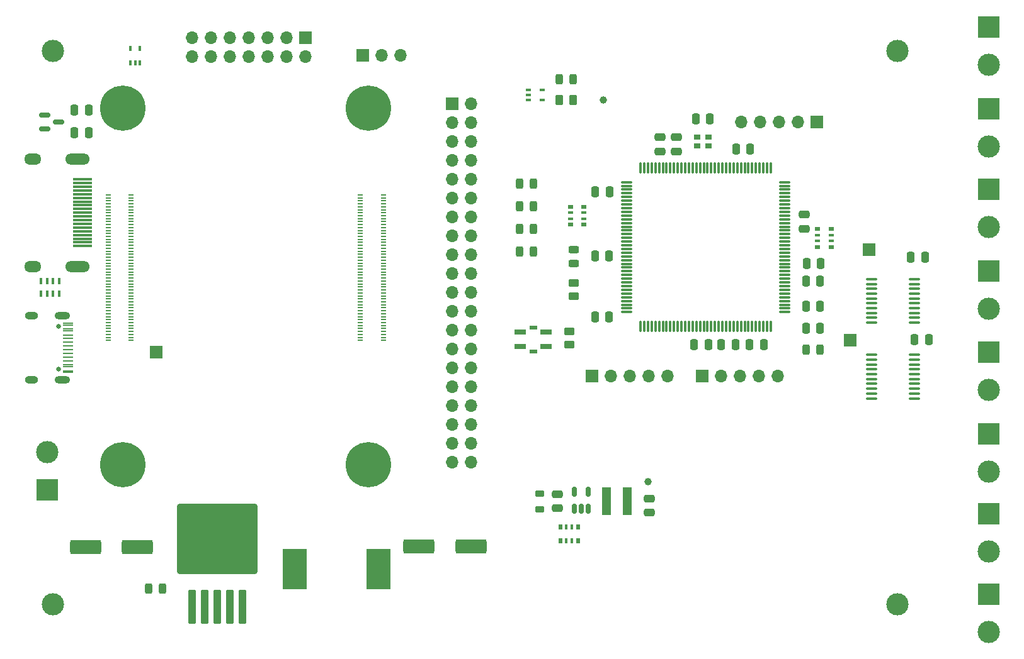
<source format=gbr>
%TF.GenerationSoftware,KiCad,Pcbnew,8.0.3*%
%TF.CreationDate,2024-09-20T13:19:38-05:00*%
%TF.ProjectId,Rick_LiteX-CNC,5269636b-5f4c-4697-9465-582d434e432e,rev?*%
%TF.SameCoordinates,Original*%
%TF.FileFunction,Soldermask,Top*%
%TF.FilePolarity,Negative*%
%FSLAX46Y46*%
G04 Gerber Fmt 4.6, Leading zero omitted, Abs format (unit mm)*
G04 Created by KiCad (PCBNEW 8.0.3) date 2024-09-20 13:19:38*
%MOMM*%
%LPD*%
G01*
G04 APERTURE LIST*
G04 Aperture macros list*
%AMRoundRect*
0 Rectangle with rounded corners*
0 $1 Rounding radius*
0 $2 $3 $4 $5 $6 $7 $8 $9 X,Y pos of 4 corners*
0 Add a 4 corners polygon primitive as box body*
4,1,4,$2,$3,$4,$5,$6,$7,$8,$9,$2,$3,0*
0 Add four circle primitives for the rounded corners*
1,1,$1+$1,$2,$3*
1,1,$1+$1,$4,$5*
1,1,$1+$1,$6,$7*
1,1,$1+$1,$8,$9*
0 Add four rect primitives between the rounded corners*
20,1,$1+$1,$2,$3,$4,$5,0*
20,1,$1+$1,$4,$5,$6,$7,0*
20,1,$1+$1,$6,$7,$8,$9,0*
20,1,$1+$1,$8,$9,$2,$3,0*%
G04 Aperture macros list end*
%ADD10RoundRect,0.100000X-0.637500X-0.100000X0.637500X-0.100000X0.637500X0.100000X-0.637500X0.100000X0*%
%ADD11R,3.000000X3.000000*%
%ADD12C,3.000000*%
%ADD13R,1.700000X1.700000*%
%ADD14RoundRect,0.250000X-0.250000X-0.475000X0.250000X-0.475000X0.250000X0.475000X-0.250000X0.475000X0*%
%ADD15RoundRect,0.150000X-0.587500X-0.150000X0.587500X-0.150000X0.587500X0.150000X-0.587500X0.150000X0*%
%ADD16RoundRect,0.243750X-0.243750X-0.456250X0.243750X-0.456250X0.243750X0.456250X-0.243750X0.456250X0*%
%ADD17C,6.100000*%
%ADD18R,0.700000X0.200000*%
%ADD19RoundRect,0.250000X0.475000X-0.250000X0.475000X0.250000X-0.475000X0.250000X-0.475000X-0.250000X0*%
%ADD20RoundRect,0.250000X-0.475000X0.250000X-0.475000X-0.250000X0.475000X-0.250000X0.475000X0.250000X0*%
%ADD21O,1.700000X1.700000*%
%ADD22RoundRect,0.075000X-0.075000X0.662500X-0.075000X-0.662500X0.075000X-0.662500X0.075000X0.662500X0*%
%ADD23RoundRect,0.075000X-0.662500X0.075000X-0.662500X-0.075000X0.662500X-0.075000X0.662500X0.075000X0*%
%ADD24R,1.200000X3.700000*%
%ADD25RoundRect,0.250000X0.250000X0.475000X-0.250000X0.475000X-0.250000X-0.475000X0.250000X-0.475000X0*%
%ADD26RoundRect,0.243750X-0.456250X0.243750X-0.456250X-0.243750X0.456250X-0.243750X0.456250X0.243750X0*%
%ADD27RoundRect,0.250000X0.300000X-2.050000X0.300000X2.050000X-0.300000X2.050000X-0.300000X-2.050000X0*%
%ADD28RoundRect,0.250002X5.149998X-4.449998X5.149998X4.449998X-5.149998X4.449998X-5.149998X-4.449998X0*%
%ADD29RoundRect,0.100000X-0.225000X-0.100000X0.225000X-0.100000X0.225000X0.100000X-0.225000X0.100000X0*%
%ADD30RoundRect,0.100000X0.100000X-0.225000X0.100000X0.225000X-0.100000X0.225000X-0.100000X-0.225000X0*%
%ADD31C,1.000000*%
%ADD32R,0.800000X0.500000*%
%ADD33R,0.800000X0.400000*%
%ADD34C,0.650000*%
%ADD35R,1.400000X0.250000*%
%ADD36O,2.100000X1.000000*%
%ADD37O,1.800000X1.000000*%
%ADD38RoundRect,0.150000X0.150000X-0.512500X0.150000X0.512500X-0.150000X0.512500X-0.150000X-0.512500X0*%
%ADD39RoundRect,0.243750X0.243750X0.456250X-0.243750X0.456250X-0.243750X-0.456250X0.243750X-0.456250X0*%
%ADD40R,3.250000X5.500000*%
%ADD41RoundRect,0.250000X0.450000X-0.262500X0.450000X0.262500X-0.450000X0.262500X-0.450000X-0.262500X0*%
%ADD42R,2.600000X0.300000*%
%ADD43O,3.300000X1.500000*%
%ADD44O,2.300000X1.500000*%
%ADD45RoundRect,0.250000X0.262500X0.450000X-0.262500X0.450000X-0.262500X-0.450000X0.262500X-0.450000X0*%
%ADD46RoundRect,0.218750X0.381250X-0.218750X0.381250X0.218750X-0.381250X0.218750X-0.381250X-0.218750X0*%
%ADD47R,0.400000X0.900000*%
%ADD48R,1.000000X0.500000*%
%ADD49R,1.500000X0.800000*%
%ADD50R,0.500000X0.800000*%
%ADD51R,0.400000X0.800000*%
%ADD52RoundRect,0.250000X-1.825000X-0.700000X1.825000X-0.700000X1.825000X0.700000X-1.825000X0.700000X0*%
%ADD53R,0.900000X0.800000*%
G04 APERTURE END LIST*
D10*
%TO.C,U4*%
X195075000Y-94950000D03*
X195075000Y-95600000D03*
X195075000Y-96250000D03*
X195075000Y-96900000D03*
X195075000Y-97550000D03*
X195075000Y-98200000D03*
X195075000Y-98850000D03*
X195075000Y-99500000D03*
X195075000Y-100150000D03*
X195075000Y-100800000D03*
X200800000Y-100800000D03*
X200800000Y-100150000D03*
X200800000Y-99500000D03*
X200800000Y-98850000D03*
X200800000Y-98200000D03*
X200800000Y-97550000D03*
X200800000Y-96900000D03*
X200800000Y-96250000D03*
X200800000Y-95600000D03*
X200800000Y-94950000D03*
%TD*%
%TO.C,U3*%
X195087500Y-84750000D03*
X195087500Y-85400000D03*
X195087500Y-86050000D03*
X195087500Y-86700000D03*
X195087500Y-87350000D03*
X195087500Y-88000000D03*
X195087500Y-88650000D03*
X195087500Y-89300000D03*
X195087500Y-89950000D03*
X195087500Y-90600000D03*
X200812500Y-90600000D03*
X200812500Y-89950000D03*
X200812500Y-89300000D03*
X200812500Y-88650000D03*
X200812500Y-88000000D03*
X200812500Y-87350000D03*
X200812500Y-86700000D03*
X200812500Y-86050000D03*
X200812500Y-85400000D03*
X200812500Y-84750000D03*
%TD*%
D11*
%TO.C,J20*%
X210800000Y-127200000D03*
D12*
X210800000Y-132280000D03*
%TD*%
D11*
%TO.C,J19*%
X210800000Y-116300000D03*
D12*
X210800000Y-121380000D03*
%TD*%
D11*
%TO.C,J18*%
X210800000Y-105560000D03*
D12*
X210800000Y-110640000D03*
%TD*%
D11*
%TO.C,J17*%
X210800000Y-94560000D03*
D12*
X210800000Y-99640000D03*
%TD*%
D13*
%TO.C,J16*%
X192200000Y-93000000D03*
%TD*%
%TO.C,J15*%
X194700000Y-80800000D03*
%TD*%
D11*
%TO.C,J11*%
X210800000Y-83660000D03*
D12*
X210800000Y-88740000D03*
%TD*%
D11*
%TO.C,J10*%
X210800000Y-72660000D03*
D12*
X210800000Y-77740000D03*
%TD*%
D11*
%TO.C,J3*%
X210800000Y-61800000D03*
D12*
X210800000Y-66880000D03*
%TD*%
D11*
%TO.C,J2*%
X210800000Y-50800000D03*
D12*
X210800000Y-55880000D03*
%TD*%
D14*
%TO.C,C8*%
X200850000Y-92900000D03*
X202750000Y-92900000D03*
%TD*%
%TO.C,C6*%
X200350000Y-81800000D03*
X202250000Y-81800000D03*
%TD*%
%TO.C,C9*%
X186250000Y-91400000D03*
X188150000Y-91400000D03*
%TD*%
D15*
%TO.C,U1*%
X83862500Y-62650000D03*
X83862500Y-64550000D03*
X85737500Y-63600000D03*
%TD*%
D16*
%TO.C,D5*%
X147725000Y-71880000D03*
X149600000Y-71880000D03*
%TD*%
D17*
%TO.C,Module1*%
X127420000Y-109700000D03*
X127420000Y-61700000D03*
X94420000Y-109700000D03*
X94420000Y-61700000D03*
D18*
X129420000Y-93000000D03*
X126340000Y-93000000D03*
X129420000Y-92600000D03*
X126340000Y-92600000D03*
X129420000Y-92200000D03*
X126340000Y-92200000D03*
X129420000Y-91800000D03*
X126340000Y-91800000D03*
X129420000Y-91400000D03*
X126340000Y-91400000D03*
X129420000Y-91000000D03*
X126340000Y-91000000D03*
X129420000Y-90600000D03*
X126340000Y-90600000D03*
X129420000Y-90200000D03*
X126340000Y-90200000D03*
X129420000Y-89800000D03*
X126340000Y-89800000D03*
X129420000Y-89400000D03*
X126340000Y-89400000D03*
X129420000Y-89000000D03*
X126340000Y-89000000D03*
X129420000Y-88600000D03*
X126340000Y-88600000D03*
X129420000Y-88200000D03*
X126340000Y-88200000D03*
X129420000Y-87800000D03*
X126340000Y-87800000D03*
X129420000Y-87400000D03*
X126340000Y-87400000D03*
X129420000Y-87000000D03*
X126340000Y-87000000D03*
X129420000Y-86600000D03*
X126340000Y-86600000D03*
X129420000Y-86200000D03*
X126340000Y-86200000D03*
X129420000Y-85800000D03*
X126340000Y-85800000D03*
X129420000Y-85400000D03*
X126340000Y-85400000D03*
X129420000Y-85000000D03*
X126340000Y-85000000D03*
X129420000Y-84600000D03*
X126340000Y-84600000D03*
X129420000Y-84200000D03*
X126340000Y-84200000D03*
X129420000Y-83800000D03*
X126340000Y-83800000D03*
X129420000Y-83400000D03*
X126340000Y-83400000D03*
X129420000Y-83000000D03*
X126340000Y-83000000D03*
X129420000Y-82600000D03*
X126340000Y-82600000D03*
X129420000Y-82200000D03*
X126340000Y-82200000D03*
X129420000Y-81800000D03*
X126340000Y-81800000D03*
X129420000Y-81400000D03*
X126340000Y-81400000D03*
X129420000Y-81000000D03*
X126340000Y-81000000D03*
X129420000Y-80600000D03*
X126340000Y-80600000D03*
X129420000Y-80200000D03*
X126340000Y-80200000D03*
X129420000Y-79800000D03*
X126340000Y-79800000D03*
X129420000Y-79400000D03*
X126340000Y-79400000D03*
X129420000Y-79000000D03*
X126340000Y-79000000D03*
X129420000Y-78600000D03*
X126340000Y-78600000D03*
X129420000Y-78200000D03*
X126340000Y-78200000D03*
X129420000Y-77800000D03*
X126340000Y-77800000D03*
X129420000Y-77400000D03*
X126340000Y-77400000D03*
X129420000Y-77000000D03*
X126340000Y-77000000D03*
X129420000Y-76600000D03*
X126340000Y-76600000D03*
X129420000Y-76200000D03*
X126340000Y-76200000D03*
X129420000Y-75800000D03*
X126340000Y-75800000D03*
X129420000Y-75400000D03*
X126340000Y-75400000D03*
X129420000Y-75000000D03*
X126340000Y-75000000D03*
X129420000Y-74600000D03*
X126340000Y-74600000D03*
X129420000Y-74200000D03*
X126340000Y-74200000D03*
X129420000Y-73800000D03*
X126340000Y-73800000D03*
X129420000Y-73400000D03*
X126340000Y-73400000D03*
X95500000Y-93000000D03*
X92420000Y-93000000D03*
X95500000Y-92600000D03*
X92420000Y-92600000D03*
X95500000Y-92200000D03*
X92420000Y-92200000D03*
X95500000Y-91800000D03*
X92420000Y-91800000D03*
X95500000Y-91400000D03*
X92420000Y-91400000D03*
X95500000Y-91000000D03*
X92420000Y-91000000D03*
X95500000Y-90600000D03*
X92420000Y-90600000D03*
X95500000Y-90200000D03*
X92420000Y-90200000D03*
X95500000Y-89800000D03*
X92420000Y-89800000D03*
X95500000Y-89400000D03*
X92420000Y-89400000D03*
X95500000Y-89000000D03*
X92420000Y-89000000D03*
X95500000Y-88600000D03*
X92420000Y-88600000D03*
X95500000Y-88200000D03*
X92420000Y-88200000D03*
X95500000Y-87800000D03*
X92420000Y-87800000D03*
X95500000Y-87400000D03*
X92420000Y-87400000D03*
X95500000Y-87000000D03*
X92420000Y-87000000D03*
X95500000Y-86600000D03*
X92420000Y-86600000D03*
X95500000Y-86200000D03*
X92420000Y-86200000D03*
X95500000Y-85800000D03*
X92420000Y-85800000D03*
X95500000Y-85400000D03*
X92420000Y-85400000D03*
X95500000Y-85000000D03*
X92420000Y-85000000D03*
X95500000Y-84600000D03*
X92420000Y-84600000D03*
X95500000Y-84200000D03*
X92420000Y-84200000D03*
X95500000Y-83800000D03*
X92420000Y-83800000D03*
X95500000Y-83400000D03*
X92420000Y-83400000D03*
X95500000Y-83000000D03*
X92420000Y-83000000D03*
X95500000Y-82600000D03*
X92420000Y-82600000D03*
X95500000Y-82200000D03*
X92420000Y-82200000D03*
X95500000Y-81800000D03*
X92420000Y-81800000D03*
X95500000Y-81400000D03*
X92420000Y-81400000D03*
X95500000Y-81000000D03*
X92420000Y-81000000D03*
X95500000Y-80600000D03*
X92420000Y-80600000D03*
X95500000Y-80200000D03*
X92420000Y-80200000D03*
X95500000Y-79800000D03*
X92420000Y-79800000D03*
X95500000Y-79400000D03*
X92420000Y-79400000D03*
X95500000Y-79000000D03*
X92420000Y-79000000D03*
X95500000Y-78600000D03*
X92420000Y-78600000D03*
X95500000Y-78200000D03*
X92420000Y-78200000D03*
X95500000Y-77800000D03*
X92420000Y-77800000D03*
X95500000Y-77400000D03*
X92420000Y-77400000D03*
X95500000Y-77000000D03*
X92420000Y-77000000D03*
X95500000Y-76600000D03*
X92420000Y-76600000D03*
X95500000Y-76200000D03*
X92420000Y-76200000D03*
X95500000Y-75800000D03*
X92420000Y-75800000D03*
X95500000Y-75400000D03*
X92420000Y-75400000D03*
X95500000Y-75000000D03*
X92420000Y-75000000D03*
X95500000Y-74600000D03*
X92420000Y-74600000D03*
X95500000Y-74200000D03*
X92420000Y-74200000D03*
X95500000Y-73800000D03*
X92420000Y-73800000D03*
X95500000Y-73400000D03*
X92420000Y-73400000D03*
%TD*%
D13*
%TO.C,J14*%
X98900000Y-94600000D03*
%TD*%
D19*
%TO.C,C25*%
X165200000Y-116200000D03*
X165200000Y-114300000D03*
%TD*%
D14*
%TO.C,C7*%
X157850000Y-89800000D03*
X159750000Y-89800000D03*
%TD*%
%TO.C,C18*%
X176850000Y-67200000D03*
X178750000Y-67200000D03*
%TD*%
%TO.C,C2*%
X87900000Y-65000000D03*
X89800000Y-65000000D03*
%TD*%
D20*
%TO.C,C13*%
X166600000Y-65650000D03*
X166600000Y-67550000D03*
%TD*%
D13*
%TO.C,J4*%
X126660000Y-54600000D03*
D21*
X129200000Y-54600000D03*
X131740000Y-54600000D03*
%TD*%
D22*
%TO.C,U13*%
X181500000Y-69775000D03*
X181000000Y-69775000D03*
X180500000Y-69775000D03*
X180000000Y-69775000D03*
X179500000Y-69775000D03*
X179000000Y-69775000D03*
X178500000Y-69775000D03*
X178000000Y-69775000D03*
X177500000Y-69775000D03*
X177000000Y-69775000D03*
X176500000Y-69775000D03*
X176000000Y-69775000D03*
X175500000Y-69775000D03*
X175000000Y-69775000D03*
X174500000Y-69775000D03*
X174000000Y-69775000D03*
X173500000Y-69775000D03*
X173000000Y-69775000D03*
X172500000Y-69775000D03*
X172000000Y-69775000D03*
X171500000Y-69775000D03*
X171000000Y-69775000D03*
X170500000Y-69775000D03*
X170000000Y-69775000D03*
X169500000Y-69775000D03*
X169000000Y-69775000D03*
X168500000Y-69775000D03*
X168000000Y-69775000D03*
X167500000Y-69775000D03*
X167000000Y-69775000D03*
X166500000Y-69775000D03*
X166000000Y-69775000D03*
X165500000Y-69775000D03*
X165000000Y-69775000D03*
X164500000Y-69775000D03*
X164000000Y-69775000D03*
D23*
X162087500Y-71687500D03*
X162087500Y-72187500D03*
X162087500Y-72687500D03*
X162087500Y-73187500D03*
X162087500Y-73687500D03*
X162087500Y-74187500D03*
X162087500Y-74687500D03*
X162087500Y-75187500D03*
X162087500Y-75687500D03*
X162087500Y-76187500D03*
X162087500Y-76687500D03*
X162087500Y-77187500D03*
X162087500Y-77687500D03*
X162087500Y-78187500D03*
X162087500Y-78687500D03*
X162087500Y-79187500D03*
X162087500Y-79687500D03*
X162087500Y-80187500D03*
X162087500Y-80687500D03*
X162087500Y-81187500D03*
X162087500Y-81687500D03*
X162087500Y-82187500D03*
X162087500Y-82687500D03*
X162087500Y-83187500D03*
X162087500Y-83687500D03*
X162087500Y-84187500D03*
X162087500Y-84687500D03*
X162087500Y-85187500D03*
X162087500Y-85687500D03*
X162087500Y-86187500D03*
X162087500Y-86687500D03*
X162087500Y-87187500D03*
X162087500Y-87687500D03*
X162087500Y-88187500D03*
X162087500Y-88687500D03*
X162087500Y-89187500D03*
D22*
X164000000Y-91100000D03*
X164500000Y-91100000D03*
X165000000Y-91100000D03*
X165500000Y-91100000D03*
X166000000Y-91100000D03*
X166500000Y-91100000D03*
X167000000Y-91100000D03*
X167500000Y-91100000D03*
X168000000Y-91100000D03*
X168500000Y-91100000D03*
X169000000Y-91100000D03*
X169500000Y-91100000D03*
X170000000Y-91100000D03*
X170500000Y-91100000D03*
X171000000Y-91100000D03*
X171500000Y-91100000D03*
X172000000Y-91100000D03*
X172500000Y-91100000D03*
X173000000Y-91100000D03*
X173500000Y-91100000D03*
X174000000Y-91100000D03*
X174500000Y-91100000D03*
X175000000Y-91100000D03*
X175500000Y-91100000D03*
X176000000Y-91100000D03*
X176500000Y-91100000D03*
X177000000Y-91100000D03*
X177500000Y-91100000D03*
X178000000Y-91100000D03*
X178500000Y-91100000D03*
X179000000Y-91100000D03*
X179500000Y-91100000D03*
X180000000Y-91100000D03*
X180500000Y-91100000D03*
X181000000Y-91100000D03*
X181500000Y-91100000D03*
D23*
X183412500Y-89187500D03*
X183412500Y-88687500D03*
X183412500Y-88187500D03*
X183412500Y-87687500D03*
X183412500Y-87187500D03*
X183412500Y-86687500D03*
X183412500Y-86187500D03*
X183412500Y-85687500D03*
X183412500Y-85187500D03*
X183412500Y-84687500D03*
X183412500Y-84187500D03*
X183412500Y-83687500D03*
X183412500Y-83187500D03*
X183412500Y-82687500D03*
X183412500Y-82187500D03*
X183412500Y-81687500D03*
X183412500Y-81187500D03*
X183412500Y-80687500D03*
X183412500Y-80187500D03*
X183412500Y-79687500D03*
X183412500Y-79187500D03*
X183412500Y-78687500D03*
X183412500Y-78187500D03*
X183412500Y-77687500D03*
X183412500Y-77187500D03*
X183412500Y-76687500D03*
X183412500Y-76187500D03*
X183412500Y-75687500D03*
X183412500Y-75187500D03*
X183412500Y-74687500D03*
X183412500Y-74187500D03*
X183412500Y-73687500D03*
X183412500Y-73187500D03*
X183412500Y-72687500D03*
X183412500Y-72187500D03*
X183412500Y-71687500D03*
%TD*%
D24*
%TO.C,L1*%
X159400000Y-114650000D03*
X162200000Y-114650000D03*
%TD*%
D20*
%TO.C,C20*%
X168800000Y-65650000D03*
X168800000Y-67550000D03*
%TD*%
D25*
%TO.C,C16*%
X188200000Y-82600000D03*
X186300000Y-82600000D03*
%TD*%
D12*
%TO.C,H4*%
X85000000Y-128500000D03*
%TD*%
D26*
%TO.C,D4*%
X155000000Y-80800000D03*
X155000000Y-82675000D03*
%TD*%
D13*
%TO.C,J8*%
X187675000Y-63600000D03*
D21*
X185135000Y-63600000D03*
X182595000Y-63600000D03*
X180055000Y-63600000D03*
X177515000Y-63600000D03*
%TD*%
D27*
%TO.C,U2*%
X103700000Y-128850000D03*
X105400000Y-128850000D03*
X107100000Y-128850000D03*
D28*
X107100000Y-119700000D03*
D27*
X108800000Y-128850000D03*
X110500000Y-128850000D03*
%TD*%
D19*
%TO.C,C5*%
X152800000Y-115600000D03*
X152800000Y-113700000D03*
%TD*%
D12*
%TO.C,H1*%
X85000000Y-54000000D03*
%TD*%
D16*
%TO.C,D7*%
X147725000Y-77960000D03*
X149600000Y-77960000D03*
%TD*%
D25*
%TO.C,C23*%
X188150000Y-88400000D03*
X186250000Y-88400000D03*
%TD*%
D29*
%TO.C,U7*%
X148900000Y-59300000D03*
X148900000Y-59950000D03*
X148900000Y-60600000D03*
X150800000Y-60600000D03*
X150800000Y-59300000D03*
%TD*%
D13*
%TO.C,J7*%
X157460000Y-97800000D03*
D21*
X160000000Y-97800000D03*
X162540000Y-97800000D03*
X165080000Y-97800000D03*
X167620000Y-97800000D03*
%TD*%
D25*
%TO.C,C11*%
X173300000Y-63200000D03*
X171400000Y-63200000D03*
%TD*%
%TO.C,C17*%
X188150000Y-85000000D03*
X186250000Y-85000000D03*
%TD*%
%TO.C,C21*%
X176750000Y-93600000D03*
X174850000Y-93600000D03*
%TD*%
D30*
%TO.C,U6*%
X95400000Y-55600000D03*
X96050000Y-55600000D03*
X96700000Y-55600000D03*
X96700000Y-53700000D03*
X95400000Y-53700000D03*
%TD*%
D31*
%TO.C,TP2*%
X159000000Y-60600000D03*
%TD*%
D12*
%TO.C,H2*%
X198500000Y-54000000D03*
%TD*%
D13*
%TO.C,J9*%
X172320000Y-97800000D03*
D21*
X174860000Y-97800000D03*
X177400000Y-97800000D03*
X179940000Y-97800000D03*
X182480000Y-97800000D03*
%TD*%
D32*
%TO.C,RN3*%
X156400000Y-77400000D03*
D33*
X156400000Y-76600000D03*
X156400000Y-75800000D03*
D32*
X156400000Y-75000000D03*
X154600000Y-75000000D03*
D33*
X154600000Y-75800000D03*
X154600000Y-76600000D03*
D32*
X154600000Y-77400000D03*
%TD*%
D34*
%TO.C,J12*%
X85787500Y-91110000D03*
X85787500Y-96890000D03*
D35*
X86987500Y-90675000D03*
X86987500Y-91475000D03*
X86987500Y-92750000D03*
X86987500Y-93750000D03*
X86987500Y-94250000D03*
X86987500Y-92250000D03*
X86987500Y-96525000D03*
X86987500Y-97325000D03*
X86987500Y-97075000D03*
X86987500Y-96275000D03*
X86987500Y-95750000D03*
X86987500Y-94750000D03*
X86987500Y-93250000D03*
X86987500Y-95250000D03*
X86987500Y-91725000D03*
X86987500Y-90925000D03*
D36*
X86287500Y-89680000D03*
D37*
X82137500Y-89680000D03*
D36*
X86287500Y-98320000D03*
D37*
X82137500Y-98320000D03*
%TD*%
D13*
%TO.C,J5*%
X118960000Y-52260000D03*
D21*
X118960000Y-54800000D03*
X116420000Y-52260000D03*
X116420000Y-54800000D03*
X113880000Y-52260000D03*
X113880000Y-54800000D03*
X111340000Y-52260000D03*
X111340000Y-54800000D03*
X108800000Y-52260000D03*
X108800000Y-54800000D03*
X106260000Y-52260000D03*
X106260000Y-54800000D03*
X103720000Y-52260000D03*
X103720000Y-54800000D03*
%TD*%
D32*
%TO.C,RN2*%
X189600000Y-80400000D03*
D33*
X189600000Y-79600000D03*
X189600000Y-78800000D03*
D32*
X189600000Y-78000000D03*
X187800000Y-78000000D03*
D33*
X187800000Y-78800000D03*
X187800000Y-79600000D03*
D32*
X187800000Y-80400000D03*
%TD*%
D11*
%TO.C,J13*%
X84200000Y-113140000D03*
D12*
X84200000Y-108060000D03*
%TD*%
D14*
%TO.C,C10*%
X171200000Y-93600000D03*
X173100000Y-93600000D03*
%TD*%
D16*
%TO.C,D8*%
X147725000Y-81000000D03*
X149600000Y-81000000D03*
%TD*%
D38*
%TO.C,U8*%
X155100000Y-115650000D03*
X156050000Y-115650000D03*
X157000000Y-115650000D03*
X157000000Y-113375000D03*
X155100000Y-113375000D03*
%TD*%
D39*
%TO.C,D9*%
X99737500Y-126400000D03*
X97862500Y-126400000D03*
%TD*%
D14*
%TO.C,C14*%
X157850000Y-81600000D03*
X159750000Y-81600000D03*
%TD*%
D40*
%TO.C,L3*%
X117475000Y-123800000D03*
X128725000Y-123800000D03*
%TD*%
D41*
%TO.C,R14*%
X154400000Y-93600000D03*
X154400000Y-91775000D03*
%TD*%
D42*
%TO.C,J1*%
X89000000Y-80300000D03*
X89000000Y-79800000D03*
X89000000Y-79300000D03*
X89000000Y-78800000D03*
X89000000Y-78300000D03*
X89000000Y-77800000D03*
X89000000Y-77300000D03*
X89000000Y-76800000D03*
X89000000Y-76300000D03*
X89000000Y-75800000D03*
X89000000Y-75300000D03*
X89000000Y-74800000D03*
X89000000Y-74300000D03*
X89000000Y-73800000D03*
X89000000Y-73300000D03*
X89000000Y-72800000D03*
X89000000Y-72300000D03*
X89000000Y-71800000D03*
X89000000Y-71300000D03*
D43*
X88270000Y-83050000D03*
X88270000Y-68550000D03*
D44*
X82310000Y-68550000D03*
X82310000Y-83050000D03*
%TD*%
D41*
%TO.C,R11*%
X155000000Y-87050000D03*
X155000000Y-85225000D03*
%TD*%
D45*
%TO.C,R7*%
X154912500Y-60600000D03*
X153087500Y-60600000D03*
%TD*%
D14*
%TO.C,C22*%
X157900000Y-73000000D03*
X159800000Y-73000000D03*
%TD*%
D46*
%TO.C,FB1*%
X150400000Y-115712500D03*
X150400000Y-113587500D03*
%TD*%
D14*
%TO.C,C1*%
X87900000Y-61990000D03*
X89800000Y-61990000D03*
%TD*%
D31*
%TO.C,TP3*%
X165000000Y-112050000D03*
%TD*%
D47*
%TO.C,RN4*%
X83400000Y-86700000D03*
X84200000Y-86700000D03*
X85000000Y-86700000D03*
X85800000Y-86700000D03*
X85800000Y-85000000D03*
X85000000Y-85000000D03*
X84200000Y-85000000D03*
X83400000Y-85000000D03*
%TD*%
D25*
%TO.C,C15*%
X180550000Y-93600000D03*
X178650000Y-93600000D03*
%TD*%
D12*
%TO.C,H3*%
X198500000Y-128500000D03*
%TD*%
D48*
%TO.C,SW1*%
X149557500Y-91250000D03*
X149557500Y-94450000D03*
D49*
X147807500Y-91850000D03*
X151307500Y-91850000D03*
X147807500Y-93850000D03*
X151307500Y-93850000D03*
%TD*%
D16*
%TO.C,D3*%
X186262500Y-94200000D03*
X188137500Y-94200000D03*
%TD*%
D50*
%TO.C,RN1*%
X153200000Y-119950000D03*
D51*
X154000000Y-119950000D03*
X154800000Y-119950000D03*
D50*
X155600000Y-119950000D03*
X155600000Y-118150000D03*
D51*
X154800000Y-118150000D03*
X154000000Y-118150000D03*
D50*
X153200000Y-118150000D03*
%TD*%
D20*
%TO.C,C12*%
X186000000Y-76050000D03*
X186000000Y-77950000D03*
%TD*%
D13*
%TO.C,J6*%
X138660000Y-61140000D03*
D21*
X141200000Y-61140000D03*
X138660000Y-63680000D03*
X141200000Y-63680000D03*
X138660000Y-66220000D03*
X141200000Y-66220000D03*
X138660000Y-68760000D03*
X141200000Y-68760000D03*
X138660000Y-71300000D03*
X141200000Y-71300000D03*
X138660000Y-73840000D03*
X141200000Y-73840000D03*
X138660000Y-76380000D03*
X141200000Y-76380000D03*
X138660000Y-78920000D03*
X141200000Y-78920000D03*
X138660000Y-81460000D03*
X141200000Y-81460000D03*
X138660000Y-84000000D03*
X141200000Y-84000000D03*
X138660000Y-86540000D03*
X141200000Y-86540000D03*
X138660000Y-89080000D03*
X141200000Y-89080000D03*
X138660000Y-91620000D03*
X141200000Y-91620000D03*
X138660000Y-94160000D03*
X141200000Y-94160000D03*
X138660000Y-96700000D03*
X141200000Y-96700000D03*
X138660000Y-99240000D03*
X141200000Y-99240000D03*
X138660000Y-101780000D03*
X141200000Y-101780000D03*
X138660000Y-104320000D03*
X141200000Y-104320000D03*
X138660000Y-106860000D03*
X141200000Y-106860000D03*
X138660000Y-109400000D03*
X141200000Y-109400000D03*
%TD*%
D52*
%TO.C,C3*%
X89425000Y-120800000D03*
X96375000Y-120800000D03*
%TD*%
D16*
%TO.C,D6*%
X147725000Y-74920000D03*
X149600000Y-74920000D03*
%TD*%
D52*
%TO.C,C4*%
X134225000Y-120700000D03*
X141175000Y-120700000D03*
%TD*%
D53*
%TO.C,XTAL1*%
X173100002Y-65600000D03*
X171600000Y-65600000D03*
X171600000Y-66799998D03*
X173100002Y-66799998D03*
%TD*%
D39*
%TO.C,D2*%
X154957500Y-57800000D03*
X153082500Y-57800000D03*
%TD*%
M02*

</source>
